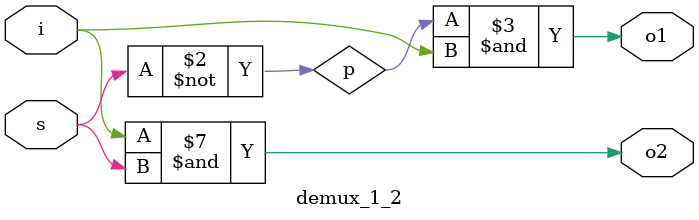
<source format=v>
module demux_1_2(o1,o2,i,s);
output o1,o2;
input i,s;
wire p,q,r;
nand(p,s,s);
nand(q,p,i);
nand(o1,q,q);
nand(r,i,s);
nand(o2,r,r);
endmodule

</source>
